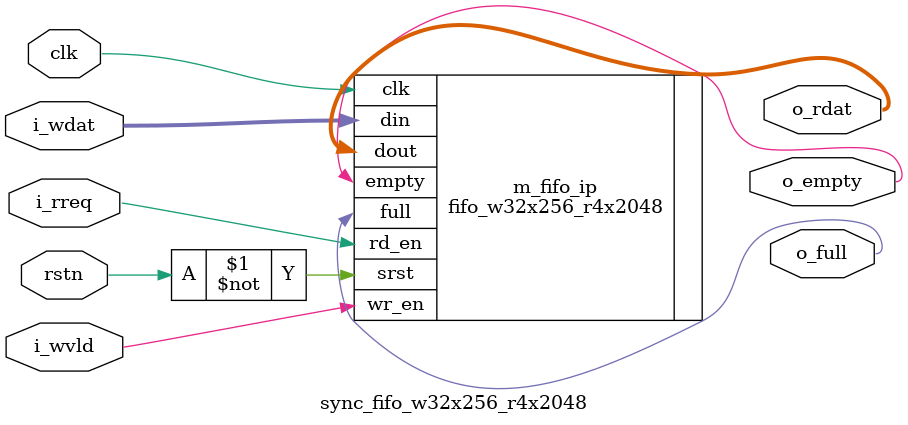
<source format=sv>

module sync_fifo_w32x256_r4x2048 (
    input               clk,
    input               rstn,
    // write side I/F
    input               i_wvld,
    input   [31:0]      i_wdat,
    output              o_full,
    // read side I/F
    input               i_rreq,
    output  [3:0]       o_rdat,
    output              o_empty
);

// note: based on Xilinx FOFO generator
fifo_w32x256_r4x2048 m_fifo_ip (
    .clk    (clk),
    .srst   (~rstn),
    .din    (i_wdat),
    .wr_en  (i_wvld),
    .full   (o_full),
    .rd_en  (i_rreq),
    .dout   (o_rdat),
    .empty  (o_empty)
);

endmodule

</source>
